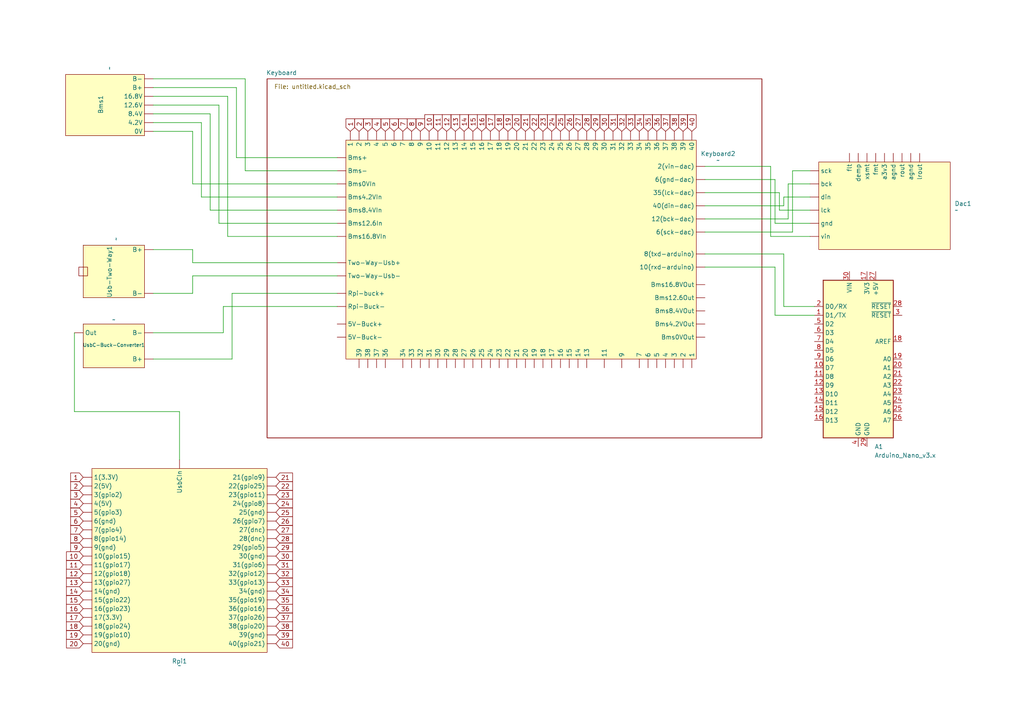
<source format=kicad_sch>
(kicad_sch (version 20231120) (generator "eeschema") (generator_version "8.0")
  (paper "A4")
  (lib_symbols
    (symbol "CyberdeckComponentsLibrary:Bms"
      (property "Reference" "Bms" (at 0 7.366 0))
      (symbol "Bms_1_1"
        (rectangle (start -8.89 10.16) (end 8.89 -12.7) (fill (type background)))
        (pin bidirectional line (at -7.62 -15.24 90) (length 2.54) (name "0V") (number ""))
        (pin bidirectional line (at 0 -15.24 90) (length 2.54) (name "12.6V") (number ""))
        (pin bidirectional line (at 2.54 -15.24 90) (length 2.54) (name "16.8V") (number ""))
        (pin bidirectional line (at -5.08 -15.24 90) (length 2.54) (name "4.2V") (number ""))
        (pin bidirectional line (at -2.54 -15.24 90) (length 2.54) (name "8.4V") (number ""))
        (pin bidirectional line (at 5.08 -15.24 90) (length 2.54) (name "B+") (number ""))
        (pin bidirectional line (at 7.62 -15.24 90) (length 2.54) (name "B-") (number ""))
      )
    )
    (symbol "CyberdeckComponentsLibrary:Dac"
      (property "Reference" "Dac" (at 0 -5.334 0))
      (symbol "Dac_1_1"
        (rectangle (start -12.7 12.7) (end 12.7 -25.4) (fill (type background)))
        (pin input line (at -15.24 -6.35 0) (length 2.54) (name "a3v3") (number ""))
        (pin input line (at -15.24 -3.81 0) (length 2.54) (name "agnd") (number ""))
        (pin input line (at -15.24 1.27 0) (length 2.54) (name "agnd") (number ""))
        (pin input line (at -6.35 -27.94 90) (length 2.54) (name "bck") (number ""))
        (pin input line (at -15.24 -13.97 0) (length 2.54) (name "demp") (number ""))
        (pin input line (at -2.54 -27.94 90) (length 2.54) (name "din") (number ""))
        (pin input line (at -15.24 -16.51 0) (length 2.54) (name "flt") (number ""))
        (pin input line (at -15.24 -8.89 0) (length 2.54) (name "fmt") (number ""))
        (pin input line (at 5.08 -27.94 90) (length 2.54) (name "gnd") (number ""))
        (pin input line (at 1.27 -27.94 90) (length 2.54) (name "lck") (number ""))
        (pin input line (at -15.2142 3.8488 0) (length 2.54) (name "lrout") (number ""))
        (pin input line (at -15.24 -1.27 0) (length 2.54) (name "rout") (number ""))
        (pin input line (at -10.16 -27.94 90) (length 2.54) (name "sck") (number ""))
        (pin input line (at 8.89 -27.94 90) (length 2.54) (name "vin") (number ""))
        (pin input line (at -15.24 -11.43 0) (length 2.54) (name "xsmt") (number ""))
      )
    )
    (symbol "CyberdeckComponentsLibrary:Keyboard"
      (property "Reference" "Keyboard" (at 0 0 0))
      (symbol "Keyboard_1_1"
        (rectangle (start -50.8 12.7) (end 50.8 -50.8) (fill (type background)))
        (pin input line (at -49.53 15.24 270) (length 2.54) (name "1") (number ""))
        (pin output line (at 49.53 -53.34 90) (length 2.54) (name "1") (number ""))
        (pin input line (at -26.67 15.24 270) (length 2.54) (name "10") (number ""))
        (pin output line (at 53.34 -24.13 180) (length 2.54) (name "10(rxd-arduino)") (number ""))
        (pin input line (at -24.13 15.24 270) (length 2.54) (name "11") (number ""))
        (pin output line (at 24.13 -53.34 90) (length 2.54) (name "11") (number ""))
        (pin input line (at -21.59 15.24 270) (length 2.54) (name "12") (number ""))
        (pin output line (at 53.34 -10.16 180) (length 2.54) (name "12(bck-dac)") (number ""))
        (pin input line (at -19.05 15.24 270) (length 2.54) (name "13") (number ""))
        (pin output line (at 19.05 -53.34 90) (length 2.54) (name "13") (number ""))
        (pin input line (at -16.51 15.24 270) (length 2.54) (name "14") (number ""))
        (pin output line (at 16.51 -53.34 90) (length 2.54) (name "14") (number ""))
        (pin input line (at -13.97 15.24 270) (length 2.54) (name "15") (number ""))
        (pin output line (at 13.97 -53.34 90) (length 2.54) (name "15") (number ""))
        (pin input line (at -11.43 15.24 270) (length 2.54) (name "16") (number ""))
        (pin output line (at 11.43 -53.34 90) (length 2.54) (name "16") (number ""))
        (pin input line (at -8.89 15.24 270) (length 2.54) (name "17") (number ""))
        (pin output line (at 8.89 -53.34 90) (length 2.54) (name "17") (number ""))
        (pin input line (at -6.35 15.24 270) (length 2.54) (name "18") (number ""))
        (pin output line (at 6.35 -53.34 90) (length 2.54) (name "18") (number ""))
        (pin input line (at -3.81 15.24 270) (length 2.54) (name "19") (number ""))
        (pin output line (at 3.81 -53.34 90) (length 2.54) (name "19") (number ""))
        (pin input line (at -46.99 15.24 270) (length 2.54) (name "2") (number ""))
        (pin output line (at 46.99 -53.34 90) (length 2.54) (name "2") (number ""))
        (pin output line (at 53.34 5.08 180) (length 2.54) (name "2(vin-dac)") (number ""))
        (pin input line (at -1.27 15.24 270) (length 2.54) (name "20") (number ""))
        (pin output line (at 1.27 -53.34 90) (length 2.54) (name "20") (number ""))
        (pin output line (at -1.27 -53.34 90) (length 2.54) (name "21") (number ""))
        (pin input line (at 1.27 15.24 270) (length 2.54) (name "21") (number ""))
        (pin output line (at -3.81 -53.34 90) (length 2.54) (name "22") (number ""))
        (pin input line (at 3.81 15.24 270) (length 2.54) (name "22") (number ""))
        (pin output line (at -6.35 -53.34 90) (length 2.54) (name "23") (number ""))
        (pin input line (at 6.35 15.24 270) (length 2.54) (name "23") (number ""))
        (pin output line (at -8.89 -53.34 90) (length 2.54) (name "24") (number ""))
        (pin input line (at 8.89 15.24 270) (length 2.54) (name "24") (number ""))
        (pin output line (at -11.43 -53.34 90) (length 2.54) (name "25") (number ""))
        (pin input line (at 11.43 15.24 270) (length 2.54) (name "25") (number ""))
        (pin output line (at -13.97 -53.34 90) (length 2.54) (name "26") (number ""))
        (pin input line (at 13.97 15.24 270) (length 2.54) (name "26") (number ""))
        (pin output line (at -16.51 -53.34 90) (length 2.54) (name "27") (number ""))
        (pin input line (at 16.51 15.24 270) (length 2.54) (name "27") (number ""))
        (pin output line (at -19.05 -53.34 90) (length 2.54) (name "28") (number ""))
        (pin input line (at 19.05 15.24 270) (length 2.54) (name "28") (number ""))
        (pin output line (at -21.59 -53.34 90) (length 2.54) (name "29") (number ""))
        (pin input line (at 21.59 15.24 270) (length 2.54) (name "29") (number ""))
        (pin input line (at -44.45 15.24 270) (length 2.54) (name "3") (number ""))
        (pin output line (at 44.45 -53.34 90) (length 2.54) (name "3") (number ""))
        (pin output line (at -24.13 -53.34 90) (length 2.54) (name "30") (number ""))
        (pin input line (at 24.13 15.24 270) (length 2.54) (name "30") (number ""))
        (pin output line (at -26.67 -53.34 90) (length 2.54) (name "31") (number ""))
        (pin input line (at 26.67 15.24 270) (length 2.54) (name "31") (number ""))
        (pin output line (at -29.21 -53.34 90) (length 2.54) (name "32") (number ""))
        (pin input line (at 29.21 15.24 270) (length 2.54) (name "32") (number ""))
        (pin output line (at -31.75 -53.34 90) (length 2.54) (name "33") (number ""))
        (pin input line (at 31.75 15.24 270) (length 2.54) (name "33") (number ""))
        (pin output line (at -34.29 -53.34 90) (length 2.54) (name "34") (number ""))
        (pin input line (at 34.29 15.24 270) (length 2.54) (name "34") (number ""))
        (pin input line (at 36.83 15.24 270) (length 2.54) (name "35") (number ""))
        (pin output line (at 53.34 -2.54 180) (length 2.54) (name "35(lck-dac)") (number ""))
        (pin output line (at -39.37 -53.34 90) (length 2.54) (name "36") (number ""))
        (pin input line (at 39.37 15.24 270) (length 2.54) (name "36") (number ""))
        (pin output line (at -41.91 -53.34 90) (length 2.54) (name "37") (number ""))
        (pin input line (at 41.91 15.24 270) (length 2.54) (name "37") (number ""))
        (pin output line (at -44.45 -53.34 90) (length 2.54) (name "38") (number ""))
        (pin input line (at 44.45 15.24 270) (length 2.54) (name "38") (number ""))
        (pin output line (at -46.99 -53.34 90) (length 2.54) (name "39") (number ""))
        (pin input line (at 46.99 15.24 270) (length 2.54) (name "39") (number ""))
        (pin input line (at -41.91 15.24 270) (length 2.54) (name "4") (number ""))
        (pin output line (at 41.91 -53.34 90) (length 2.54) (name "4") (number ""))
        (pin input line (at 49.53 15.24 270) (length 2.54) (name "40") (number ""))
        (pin output line (at 53.34 -6.35 180) (length 2.54) (name "40(din-dac)") (number ""))
        (pin input line (at -39.37 15.24 270) (length 2.54) (name "5") (number ""))
        (pin output line (at 39.37 -53.34 90) (length 2.54) (name "5") (number ""))
        (pin output line (at -53.34 -40.64 0) (length 2.54) (name "5V-Buck+") (number ""))
        (pin output line (at -53.34 -44.45 0) (length 2.54) (name "5V-Buck-") (number ""))
        (pin input line (at -36.83 15.24 270) (length 2.54) (name "6") (number ""))
        (pin output line (at 36.83 -53.34 90) (length 2.54) (name "6") (number ""))
        (pin output line (at 53.34 1.27 180) (length 2.54) (name "6(gnd-dac)") (number ""))
        (pin output line (at 53.34 -13.97 180) (length 2.54) (name "6(sck-dac)") (number ""))
        (pin input line (at -34.29 15.24 270) (length 2.54) (name "7") (number ""))
        (pin output line (at 34.29 -53.34 90) (length 2.54) (name "7") (number ""))
        (pin input line (at -31.75 15.24 270) (length 2.54) (name "8") (number ""))
        (pin output line (at 53.34 -20.32 180) (length 2.54) (name "8(txd-arduino)") (number ""))
        (pin input line (at -29.21 15.24 270) (length 2.54) (name "9") (number ""))
        (pin output line (at 29.21 -53.34 90) (length 2.54) (name "9") (number ""))
        (pin bidirectional line (at -53.34 7.62 0) (length 2.54) (name "Bms+") (number ""))
        (pin bidirectional line (at -53.34 3.81 0) (length 2.54) (name "Bms-") (number ""))
        (pin bidirectional line (at -53.34 0 0) (length 2.54) (name "Bms0VIn") (number ""))
        (pin bidirectional line (at 53.34 -44.45 180) (length 2.54) (name "Bms0VOut") (number ""))
        (pin bidirectional line (at -53.34 -11.43 0) (length 2.54) (name "Bms12.6In") (number ""))
        (pin bidirectional line (at 53.34 -33.02 180) (length 2.54) (name "Bms12.6Out") (number ""))
        (pin bidirectional line (at -53.34 -15.24 0) (length 2.54) (name "Bms16.8VIn") (number ""))
        (pin bidirectional line (at 53.34 -29.21 180) (length 2.54) (name "Bms16.8VOut") (number ""))
        (pin bidirectional line (at -53.34 -3.81 0) (length 2.54) (name "Bms4.2VIn") (number ""))
        (pin bidirectional line (at 53.34 -40.64 180) (length 2.54) (name "Bms4.2VOut") (number ""))
        (pin bidirectional line (at -53.34 -7.62 0) (length 2.54) (name "Bms8.4VIn") (number ""))
        (pin bidirectional line (at 53.34 -36.83 180) (length 2.54) (name "Bms8.4VOut") (number ""))
        (pin output line (at -53.34 -35.56 0) (length 2.54) (name "Rpi-Buck-") (number ""))
        (pin output line (at -53.34 -31.75 0) (length 2.54) (name "Rpi-buck+") (number ""))
        (pin bidirectional line (at -53.34 -22.86 0) (length 2.54) (name "Two-Way-Usb+") (number ""))
        (pin bidirectional line (at -53.34 -26.67 0) (length 2.54) (name "Two-Way-Usb-") (number ""))
      )
    )
    (symbol "CyberdeckComponentsLibrary:Rpi5"
      (property "Reference" "Rpi5" (at 0 0 0))
      (symbol "Rpi5_1_1"
        (rectangle (start -25.4 25.4) (end 25.4 -27.94) (fill (type background)))
        (pin output line (at -27.94 22.86 0) (length 2.54) (name "1(3.3V)") (number ""))
        (pin output line (at -27.94 0 0) (length 2.54) (name "10(gpio15)") (number ""))
        (pin output line (at -27.94 -2.54 0) (length 2.54) (name "11(gpio17)") (number ""))
        (pin output line (at -27.94 -5.08 0) (length 2.54) (name "12(gpio18)") (number ""))
        (pin output line (at -27.94 -7.62 0) (length 2.54) (name "13(gpio27)") (number ""))
        (pin output line (at -27.94 -10.16 0) (length 2.54) (name "14(gnd)") (number ""))
        (pin output line (at -27.94 -12.7 0) (length 2.54) (name "15(gpio22)") (number ""))
        (pin output line (at -27.94 -15.24 0) (length 2.54) (name "16(gpio23)") (number ""))
        (pin output line (at -27.94 -17.78 0) (length 2.54) (name "17(3.3V)") (number ""))
        (pin output line (at -27.94 -20.32 0) (length 2.54) (name "18(gpio24)") (number ""))
        (pin output line (at -27.94 -22.86 0) (length 2.54) (name "19(gpio10)") (number ""))
        (pin output line (at -27.94 20.32 0) (length 2.54) (name "2(5V)") (number ""))
        (pin output line (at -27.94 -25.4 0) (length 2.54) (name "20(gnd)") (number ""))
        (pin output line (at 27.94 22.86 180) (length 2.54) (name "21(gpio9)") (number ""))
        (pin output line (at 27.94 20.32 180) (length 2.54) (name "22(gpio25)") (number ""))
        (pin output line (at 27.94 17.78 180) (length 2.54) (name "23(gpio11)") (number ""))
        (pin output line (at 27.94 15.24 180) (length 2.54) (name "24(gpio8)") (number ""))
        (pin output line (at 27.94 12.7 180) (length 2.54) (name "25(gnd)") (number ""))
        (pin output line (at 27.94 10.16 180) (length 2.54) (name "26(gpio7)") (number ""))
        (pin output line (at 27.94 7.62 180) (length 2.54) (name "27(dnc)") (number ""))
        (pin output line (at 27.94 5.08 180) (length 2.54) (name "28(dnc)") (number ""))
        (pin output line (at 27.94 2.54 180) (length 2.54) (name "29(gpio5)") (number ""))
        (pin output line (at -27.94 17.78 0) (length 2.54) (name "3(gpio2)") (number ""))
        (pin output line (at 27.94 0 180) (length 2.54) (name "30(gnd)") (number ""))
        (pin output line (at 27.94 -2.54 180) (length 2.54) (name "31(gpio6)") (number ""))
        (pin output line (at 27.94 -5.08 180) (length 2.54) (name "32(gpio12)") (number ""))
        (pin output line (at 27.94 -7.62 180) (length 2.54) (name "33(gpio13)") (number ""))
        (pin output line (at 27.94 -10.16 180) (length 2.54) (name "34(gnd)") (number ""))
        (pin output line (at 27.94 -12.7 180) (length 2.54) (name "35(gpio19)") (number ""))
        (pin output line (at 27.94 -15.24 180) (length 2.54) (name "36(gpio16)") (number ""))
        (pin output line (at 27.94 -17.78 180) (length 2.54) (name "37(gpio26)") (number ""))
        (pin output line (at 27.94 -20.32 180) (length 2.54) (name "38(gpio20)") (number ""))
        (pin output line (at 27.94 -22.86 180) (length 2.54) (name "39(gnd)") (number ""))
        (pin output line (at -27.94 15.24 0) (length 2.54) (name "4(5V)") (number ""))
        (pin output line (at 27.94 -25.4 180) (length 2.54) (name "40(gpio21)") (number ""))
        (pin output line (at -27.94 12.7 0) (length 2.54) (name "5(gpio3)") (number ""))
        (pin output line (at -27.94 10.16 0) (length 2.54) (name "6(gnd)") (number ""))
        (pin output line (at -27.94 7.62 0) (length 2.54) (name "7(gpio4)") (number ""))
        (pin output line (at -27.94 5.08 0) (length 2.54) (name "8(gpio14)") (number ""))
        (pin output line (at -27.94 2.54 0) (length 2.54) (name "9(gnd)") (number ""))
        (pin input line (at 0 27.94 270) (length 2.54) (name "UsbCIn") (number ""))
      )
    )
    (symbol "CyberdeckComponentsLibrary:UsbC-Buck-Converter"
      (property "Reference" "UsbC-Buck-Converter" (at 0 -3.81 90))
      (symbol "UsbC-Buck-Converter_1_1"
        (rectangle (start -6.35 5.08) (end 6.35 -12.7) (fill (type background)))
        (pin input line (at -3.81 -15.24 90) (length 2.54) (name "B+") (number ""))
        (pin input line (at 3.81 -15.24 90) (length 2.54) (name "B-") (number ""))
        (pin output line (at 3.81 7.62 270) (length 2.54) (name "Out") (number ""))
      )
    )
    (symbol "CyberdeckComponentsLibrary:UsbC-Two-Way"
      (property "Reference" "Usb-Two-Way" (at 0 4.318 0))
      (symbol "UsbC-Two-Way_1_1"
        (rectangle (start -7.62 7.62) (end 7.62 -10.16) (fill (type background)))
        (rectangle (start -1.27 8.89) (end 1.27 6.35))
        (pin bidirectional line (at 6.35 -12.7 90) (length 2.54) (name "B+") (number ""))
        (pin bidirectional line (at -6.35 -12.7 90) (length 2.54) (name "B-") (number ""))
      )
    )
    (symbol "MCU_Module:Arduino_Nano_v3.x"
      (property "Reference" "A" (at -10.16 23.495 0))
      (property "Value" "Arduino_Nano_v3.x" (at 5.08 -24.13 0))
      (symbol "Arduino_Nano_v3.x_0_1"
        (rectangle (start -10.16 22.86) (end 10.16 -22.86) (stroke (width 0.254)) (fill (type background)))
      )
      (symbol "Arduino_Nano_v3.x_1_1"
        (pin bidirectional line (at -12.7 12.7 0) (length 2.54) (name "D1/TX") (number "1"))
        (pin bidirectional line (at -12.7 -2.54 0) (length 2.54) (name "D7") (number "10"))
        (pin bidirectional line (at -12.7 -5.08 0) (length 2.54) (name "D8") (number "11"))
        (pin bidirectional line (at -12.7 -7.62 0) (length 2.54) (name "D9") (number "12"))
        (pin bidirectional line (at -12.7 -10.16 0) (length 2.54) (name "D10") (number "13"))
        (pin bidirectional line (at -12.7 -12.7 0) (length 2.54) (name "D11") (number "14"))
        (pin bidirectional line (at -12.7 -15.24 0) (length 2.54) (name "D12") (number "15"))
        (pin bidirectional line (at -12.7 -17.78 0) (length 2.54) (name "D13") (number "16"))
        (pin power_out line (at 2.54 25.4 270) (length 2.54) (name "3V3") (number "17"))
        (pin input line (at 12.7 5.08 180) (length 2.54) (name "AREF") (number "18"))
        (pin bidirectional line (at 12.7 0 180) (length 2.54) (name "A0") (number "19"))
        (pin bidirectional line (at -12.7 15.24 0) (length 2.54) (name "D0/RX") (number "2"))
        (pin bidirectional line (at 12.7 -2.54 180) (length 2.54) (name "A1") (number "20"))
        (pin bidirectional line (at 12.7 -5.08 180) (length 2.54) (name "A2") (number "21"))
        (pin bidirectional line (at 12.7 -7.62 180) (length 2.54) (name "A3") (number "22"))
        (pin bidirectional line (at 12.7 -10.16 180) (length 2.54) (name "A4") (number "23"))
        (pin bidirectional line (at 12.7 -12.7 180) (length 2.54) (name "A5") (number "24"))
        (pin bidirectional line (at 12.7 -15.24 180) (length 2.54) (name "A6") (number "25"))
        (pin bidirectional line (at 12.7 -17.78 180) (length 2.54) (name "A7") (number "26"))
        (pin power_out line (at 5.08 25.4 270) (length 2.54) (name "+5V") (number "27"))
        (pin input line (at 12.7 15.24 180) (length 2.54) (name "~{RESET}") (number "28"))
        (pin power_in line (at 2.54 -25.4 90) (length 2.54) (name "GND") (number "29"))
        (pin input line (at 12.7 12.7 180) (length 2.54) (name "~{RESET}") (number "3"))
        (pin power_in line (at -2.54 25.4 270) (length 2.54) (name "VIN") (number "30"))
        (pin power_in line (at 0 -25.4 90) (length 2.54) (name "GND") (number "4"))
        (pin bidirectional line (at -12.7 10.16 0) (length 2.54) (name "D2") (number "5"))
        (pin bidirectional line (at -12.7 7.62 0) (length 2.54) (name "D3") (number "6"))
        (pin bidirectional line (at -12.7 5.08 0) (length 2.54) (name "D4") (number "7"))
        (pin bidirectional line (at -12.7 2.54 0) (length 2.54) (name "D5") (number "8"))
        (pin bidirectional line (at -12.7 0 0) (length 2.54) (name "D6") (number "9"))
      )
    )
  )
  (wire (pts (xy 227.33 57.15) (xy 234.95 57.15)))
  (wire (pts (xy 63.5 30.48) (xy 63.5 64.77)))
  (wire (pts (xy 44.45 27.94) (xy 66.04 27.94)))
  (wire (pts (xy 44.45 104.14) (xy 67.31 104.14)))
  (wire (pts (xy 44.45 85.09) (xy 55.88 85.09)))
  (wire (pts (xy 204.47 73.66) (xy 227.33 73.66)))
  (wire (pts (xy 63.5 64.77) (xy 97.79 64.77)))
  (wire (pts (xy 44.45 22.86) (xy 71.12 22.86)))
  (wire (pts (xy 66.04 68.58) (xy 97.79 68.58)))
  (wire (pts (xy 204.47 52.07) (xy 224.79 52.07)))
  (wire (pts (xy 67.31 85.09) (xy 97.79 85.09)))
  (wire (pts (xy 204.47 77.47) (xy 224.79 77.47)))
  (wire (pts (xy 44.45 96.52) (xy 64.77 96.52)))
  (wire (pts (xy 21.59 96.52) (xy 21.59 119.38)))
  (wire (pts (xy 204.47 63.5) (xy 228.6 63.5)))
  (wire (pts (xy 60.96 60.96) (xy 97.79 60.96)))
  (wire (pts (xy 44.45 72.39) (xy 55.88 72.39)))
  (wire (pts (xy 64.77 88.9) (xy 97.79 88.9)))
  (wire (pts (xy 55.88 53.34) (xy 97.79 53.34)))
  (wire (pts (xy 55.88 72.39) (xy 55.88 76.2)))
  (wire (pts (xy 224.79 91.44) (xy 236.22 91.44)))
  (wire (pts (xy 44.45 38.1) (xy 55.88 38.1)))
  (wire (pts (xy 229.87 67.31) (xy 229.87 49.53)))
  (wire (pts (xy 227.33 59.69) (xy 227.33 57.15)))
  (wire (pts (xy 67.31 104.14) (xy 67.31 85.09)))
  (wire (pts (xy 224.79 52.07) (xy 224.79 64.77)))
  (wire (pts (xy 58.42 35.56) (xy 58.42 57.15)))
  (wire (pts (xy 228.6 63.5) (xy 228.6 53.34)))
  (wire (pts (xy 44.45 35.56) (xy 58.42 35.56)))
  (wire (pts (xy 204.47 59.69) (xy 227.33 59.69)))
  (wire (pts (xy 226.06 60.96) (xy 234.95 60.96)))
  (wire (pts (xy 68.58 25.4) (xy 68.58 45.72)))
  (wire (pts (xy 55.88 85.09) (xy 55.88 80.01)))
  (wire (pts (xy 223.52 48.26) (xy 223.52 68.58)))
  (wire (pts (xy 204.47 55.88) (xy 226.06 55.88)))
  (wire (pts (xy 204.47 67.31) (xy 229.87 67.31)))
  (wire (pts (xy 71.12 49.53) (xy 97.79 49.53)))
  (wire (pts (xy 44.45 25.4) (xy 68.58 25.4)))
  (wire (pts (xy 226.06 55.88) (xy 226.06 60.96)))
  (wire (pts (xy 55.88 76.2) (xy 97.79 76.2)))
  (wire (pts (xy 229.87 49.53) (xy 234.95 49.53)))
  (wire (pts (xy 204.47 48.26) (xy 223.52 48.26)))
  (wire (pts (xy 64.77 96.52) (xy 64.77 88.9)))
  (wire (pts (xy 228.6 53.34) (xy 234.95 53.34)))
  (wire (pts (xy 223.52 68.58) (xy 234.95 68.58)))
  (wire (pts (xy 55.88 38.1) (xy 55.88 53.34)))
  (wire (pts (xy 224.79 64.77) (xy 234.95 64.77)))
  (wire (pts (xy 21.59 119.38) (xy 52.07 119.38)))
  (wire (pts (xy 227.33 88.9) (xy 236.22 88.9)))
  (wire (pts (xy 224.79 77.47) (xy 224.79 91.44)))
  (wire (pts (xy 44.45 30.48) (xy 63.5 30.48)))
  (wire (pts (xy 44.45 33.02) (xy 60.96 33.02)))
  (wire (pts (xy 52.07 119.38) (xy 52.07 133.35)))
  (wire (pts (xy 66.04 27.94) (xy 66.04 68.58)))
  (wire (pts (xy 58.42 57.15) (xy 97.79 57.15)))
  (wire (pts (xy 227.33 73.66) (xy 227.33 88.9)))
  (wire (pts (xy 60.96 33.02) (xy 60.96 60.96)))
  (wire (pts (xy 68.58 45.72) (xy 97.79 45.72)))
  (wire (pts (xy 71.12 22.86) (xy 71.12 49.53)))
  (wire (pts (xy 55.88 80.01) (xy 97.79 80.01)))
  (global_label "26" (shape input) (at 80.01 151.13 0) (property "Intersheetrefs" "${INTERSHEET_REFS}" (effects (hide yes))))
  (global_label "26" (shape input) (at 165.1 38.1 90) (property "Intersheetrefs" "${INTERSHEET_REFS}" (effects (hide yes))))
  (global_label "32" (shape input) (at 80.01 166.37 0) (property "Intersheetrefs" "${INTERSHEET_REFS}" (effects (hide yes))))
  (global_label "18" (shape input) (at 24.13 181.61 180) (property "Intersheetrefs" "${INTERSHEET_REFS}" (effects (hide yes))))
  (global_label "9" (shape input) (at 24.13 158.75 180) (property "Intersheetrefs" "${INTERSHEET_REFS}" (effects (hide yes))))
  (global_label "38" (shape input) (at 195.58 38.1 90) (property "Intersheetrefs" "${INTERSHEET_REFS}" (effects (hide yes))))
  (global_label "30" (shape input) (at 175.26 38.1 90) (property "Intersheetrefs" "${INTERSHEET_REFS}" (effects (hide yes))))
  (global_label "11" (shape input) (at 127 38.1 90) (property "Intersheetrefs" "${INTERSHEET_REFS}" (effects (hide yes))))
  (global_label "18" (shape input) (at 144.78 38.1 90) (property "Intersheetrefs" "${INTERSHEET_REFS}" (effects (hide yes))))
  (global_label "2" (shape input) (at 24.13 140.97 180) (property "Intersheetrefs" "${INTERSHEET_REFS}" (effects (hide yes))))
  (global_label "21" (shape input) (at 152.4 38.1 90) (property "Intersheetrefs" "${INTERSHEET_REFS}" (effects (hide yes))))
  (global_label "39" (shape input) (at 198.12 38.1 90) (property "Intersheetrefs" "${INTERSHEET_REFS}" (effects (hide yes))))
  (global_label "27" (shape input) (at 167.64 38.1 90) (property "Intersheetrefs" "${INTERSHEET_REFS}" (effects (hide yes))))
  (global_label "29" (shape input) (at 80.01 158.75 0) (property "Intersheetrefs" "${INTERSHEET_REFS}" (effects (hide yes))))
  (global_label "34" (shape input) (at 80.01 171.45 0) (property "Intersheetrefs" "${INTERSHEET_REFS}" (effects (hide yes))))
  (global_label "23" (shape input) (at 80.01 143.51 0) (property "Intersheetrefs" "${INTERSHEET_REFS}" (effects (hide yes))))
  (global_label "20" (shape input) (at 149.86 38.1 90) (property "Intersheetrefs" "${INTERSHEET_REFS}" (effects (hide yes))))
  (global_label "14" (shape input) (at 24.13 171.45 180) (property "Intersheetrefs" "${INTERSHEET_REFS}" (effects (hide yes))))
  (global_label "15" (shape input) (at 24.13 173.99 180) (property "Intersheetrefs" "${INTERSHEET_REFS}" (effects (hide yes))))
  (global_label "10" (shape input) (at 24.13 161.29 180) (property "Intersheetrefs" "${INTERSHEET_REFS}" (effects (hide yes))))
  (global_label "9" (shape input) (at 121.92 38.1 90) (property "Intersheetrefs" "${INTERSHEET_REFS}" (effects (hide yes))))
  (global_label "13" (shape input) (at 132.08 38.1 90) (property "Intersheetrefs" "${INTERSHEET_REFS}" (effects (hide yes))))
  (global_label "6" (shape input) (at 24.13 151.13 180) (property "Intersheetrefs" "${INTERSHEET_REFS}" (effects (hide yes))))
  (global_label "27" (shape input) (at 80.01 153.67 0) (property "Intersheetrefs" "${INTERSHEET_REFS}" (effects (hide yes))))
  (global_label "33" (shape input) (at 182.88 38.1 90) (property "Intersheetrefs" "${INTERSHEET_REFS}" (effects (hide yes))))
  (global_label "29" (shape input) (at 172.72 38.1 90) (property "Intersheetrefs" "${INTERSHEET_REFS}" (effects (hide yes))))
  (global_label "17" (shape input) (at 24.13 179.07 180) (property "Intersheetrefs" "${INTERSHEET_REFS}" (effects (hide yes))))
  (global_label "36" (shape input) (at 80.01 176.53 0) (property "Intersheetrefs" "${INTERSHEET_REFS}" (effects (hide yes))))
  (global_label "38" (shape input) (at 80.01 181.61 0) (property "Intersheetrefs" "${INTERSHEET_REFS}" (effects (hide yes))))
  (global_label "25" (shape input) (at 162.56 38.1 90) (property "Intersheetrefs" "${INTERSHEET_REFS}" (effects (hide yes))))
  (global_label "24" (shape input) (at 80.01 146.05 0) (property "Intersheetrefs" "${INTERSHEET_REFS}" (effects (hide yes))))
  (global_label "25" (shape input) (at 80.01 148.59 0) (property "Intersheetrefs" "${INTERSHEET_REFS}" (effects (hide yes))))
  (global_label "7" (shape input) (at 24.13 153.67 180) (property "Intersheetrefs" "${INTERSHEET_REFS}" (effects (hide yes))))
  (global_label "4" (shape input) (at 24.13 146.05 180) (property "Intersheetrefs" "${INTERSHEET_REFS}" (effects (hide yes))))
  (global_label "8" (shape input) (at 119.38 38.1 90) (property "Intersheetrefs" "${INTERSHEET_REFS}" (effects (hide yes))))
  (global_label "8" (shape input) (at 24.13 156.21 180) (property "Intersheetrefs" "${INTERSHEET_REFS}" (effects (hide yes))))
  (global_label "37" (shape input) (at 80.01 179.07 0) (property "Intersheetrefs" "${INTERSHEET_REFS}" (effects (hide yes))))
  (global_label "31" (shape input) (at 80.01 163.83 0) (property "Intersheetrefs" "${INTERSHEET_REFS}" (effects (hide yes))))
  (global_label "17" (shape input) (at 142.24 38.1 90) (property "Intersheetrefs" "${INTERSHEET_REFS}" (effects (hide yes))))
  (global_label "12" (shape input) (at 24.13 166.37 180) (property "Intersheetrefs" "${INTERSHEET_REFS}" (effects (hide yes))))
  (global_label "1" (shape input) (at 24.13 138.43 180) (property "Intersheetrefs" "${INTERSHEET_REFS}" (effects (hide yes))))
  (global_label "28" (shape input) (at 80.01 156.21 0) (property "Intersheetrefs" "${INTERSHEET_REFS}" (effects (hide yes))))
  (global_label "40" (shape input) (at 200.66 38.1 90) (property "Intersheetrefs" "${INTERSHEET_REFS}" (effects (hide yes))))
  (global_label "22" (shape input) (at 80.01 140.97 0) (property "Intersheetrefs" "${INTERSHEET_REFS}" (effects (hide yes))))
  (global_label "5" (shape input) (at 24.13 148.59 180) (property "Intersheetrefs" "${INTERSHEET_REFS}" (effects (hide yes))))
  (global_label "36" (shape input) (at 190.5 38.1 90) (property "Intersheetrefs" "${INTERSHEET_REFS}" (effects (hide yes))))
  (global_label "11" (shape input) (at 24.13 163.83 180) (property "Intersheetrefs" "${INTERSHEET_REFS}" (effects (hide yes))))
  (global_label "24" (shape input) (at 160.02 38.1 90) (property "Intersheetrefs" "${INTERSHEET_REFS}" (effects (hide yes))))
  (global_label "22" (shape input) (at 154.94 38.1 90) (property "Intersheetrefs" "${INTERSHEET_REFS}" (effects (hide yes))))
  (global_label "14" (shape input) (at 134.62 38.1 90) (property "Intersheetrefs" "${INTERSHEET_REFS}" (effects (hide yes))))
  (global_label "1" (shape input) (at 101.6 38.1 90) (property "Intersheetrefs" "${INTERSHEET_REFS}" (effects (hide yes))))
  (global_label "16" (shape input) (at 139.7 38.1 90) (property "Intersheetrefs" "${INTERSHEET_REFS}" (effects (hide yes))))
  (global_label "31" (shape input) (at 177.8 38.1 90) (property "Intersheetrefs" "${INTERSHEET_REFS}" (effects (hide yes))))
  (global_label "13" (shape input) (at 24.13 168.91 180) (property "Intersheetrefs" "${INTERSHEET_REFS}" (effects (hide yes))))
  (global_label "35" (shape input) (at 187.96 38.1 90) (property "Intersheetrefs" "${INTERSHEET_REFS}" (effects (hide yes))))
  (global_label "30" (shape input) (at 80.01 161.29 0) (property "Intersheetrefs" "${INTERSHEET_REFS}" (effects (hide yes))))
  (global_label "7" (shape input) (at 116.84 38.1 90) (property "Intersheetrefs" "${INTERSHEET_REFS}" (effects (hide yes))))
  (global_label "6" (shape input) (at 114.3 38.1 90) (property "Intersheetrefs" "${INTERSHEET_REFS}" (effects (hide yes))))
  (global_label "3" (shape input) (at 106.68 38.1 90) (property "Intersheetrefs" "${INTERSHEET_REFS}" (effects (hide yes))))
  (global_label "28" (shape input) (at 170.18 38.1 90) (property "Intersheetrefs" "${INTERSHEET_REFS}" (effects (hide yes))))
  (global_label "15" (shape input) (at 137.16 38.1 90) (property "Intersheetrefs" "${INTERSHEET_REFS}" (effects (hide yes))))
  (global_label "10" (shape input) (at 124.46 38.1 90) (property "Intersheetrefs" "${INTERSHEET_REFS}" (effects (hide yes))))
  (global_label "12" (shape input) (at 129.54 38.1 90) (property "Intersheetrefs" "${INTERSHEET_REFS}" (effects (hide yes))))
  (global_label "33" (shape input) (at 80.01 168.91 0) (property "Intersheetrefs" "${INTERSHEET_REFS}" (effects (hide yes))))
  (global_label "20" (shape input) (at 24.13 186.69 180) (property "Intersheetrefs" "${INTERSHEET_REFS}" (effects (hide yes))))
  (global_label "4" (shape input) (at 109.22 38.1 90) (property "Intersheetrefs" "${INTERSHEET_REFS}" (effects (hide yes))))
  (global_label "34" (shape input) (at 185.42 38.1 90) (property "Intersheetrefs" "${INTERSHEET_REFS}" (effects (hide yes))))
  (global_label "23" (shape input) (at 157.48 38.1 90) (property "Intersheetrefs" "${INTERSHEET_REFS}" (effects (hide yes))))
  (global_label "40" (shape input) (at 80.01 186.69 0) (property "Intersheetrefs" "${INTERSHEET_REFS}" (effects (hide yes))))
  (global_label "39" (shape input) (at 80.01 184.15 0) (property "Intersheetrefs" "${INTERSHEET_REFS}" (effects (hide yes))))
  (global_label "32" (shape input) (at 180.34 38.1 90) (property "Intersheetrefs" "${INTERSHEET_REFS}" (effects (hide yes))))
  (global_label "35" (shape input) (at 80.01 173.99 0) (property "Intersheetrefs" "${INTERSHEET_REFS}" (effects (hide yes))))
  (global_label "37" (shape input) (at 193.04 38.1 90) (property "Intersheetrefs" "${INTERSHEET_REFS}" (effects (hide yes))))
  (global_label "19" (shape input) (at 147.32 38.1 90) (property "Intersheetrefs" "${INTERSHEET_REFS}" (effects (hide yes))))
  (global_label "5" (shape input) (at 111.76 38.1 90) (property "Intersheetrefs" "${INTERSHEET_REFS}" (effects (hide yes))))
  (global_label "19" (shape input) (at 24.13 184.15 180) (property "Intersheetrefs" "${INTERSHEET_REFS}" (effects (hide yes))))
  (global_label "21" (shape input) (at 80.01 138.43 0) (property "Intersheetrefs" "${INTERSHEET_REFS}" (effects (hide yes))))
  (global_label "2" (shape input) (at 104.14 38.1 90) (property "Intersheetrefs" "${INTERSHEET_REFS}" (effects (hide yes))))
  (global_label "16" (shape input) (at 24.13 176.53 180) (property "Intersheetrefs" "${INTERSHEET_REFS}" (effects (hide yes))))
  (global_label "3" (shape input) (at 24.13 143.51 180) (property "Intersheetrefs" "${INTERSHEET_REFS}" (effects (hide yes))))
  (symbol (lib_id "CyberdeckComponentsLibrary:Rpi5") (at 52.07 161.29 0) (unit 1)
    (property "Reference" "Rpi1" (at 52.07 191.77 0))
    (property "Value" "~" (at 52.07 193.04 0))
  )
  (symbol (lib_id "CyberdeckComponentsLibrary:UsbC-Two-Way") (at 31.75 78.74 90) (unit 1)
    (property "Reference" "Usb-Two-Way1" (at 31.75 86.36 0) (effects (justify left)))
    (property "Value" "~" (at 33.655 69.85 0) (effects (justify left)))
    (property "Footprint" "CyberdeckComponentsLibrary:UsbCTwoWay" (effects (hide yes)))
  )
  (symbol (lib_id "CyberdeckComponentsLibrary:Dac") (at 262.89 59.69 270) (unit 1)
    (property "Reference" "Dac1" (at 276.86 59.0549 90) (effects (justify left)))
    (property "Value" "~" (at 276.86 60.96 90) (effects (justify left)))
  )
  (symbol (lib_id "CyberdeckComponentsLibrary:UsbC-Buck-Converter") (at 29.21 100.33 90) (unit 1)
    (property "Reference" "UsbC-Buck-Converter1" (at 33.02 100.076 90) (effects (font (size 1 1))))
    (property "Value" "~" (at 33.02 92.71 90))
  )
  (symbol (lib_id "CyberdeckComponentsLibrary:Bms") (at 29.21 30.48 90) (unit 1)
    (property "Reference" "Bms1" (at 29.21 33.02 0) (effects (justify left)))
    (property "Value" "~" (at 31.75 20.32 0) (effects (justify left)))
    (property "Footprint" "CyberdeckComponentsLibrary:Bms" (effects (hide yes)))
  )
  (symbol (lib_id "CyberdeckComponentsLibrary:Keyboard") (at 151.13 53.34 0) (unit 1)
    (property "Reference" "Keyboard2" (at 208.28 44.5768 0))
    (property "Value" "~" (at 208.28 46.4819 0))
  )
  (symbol (lib_id "MCU_Module:Arduino_Nano_v3.x") (at 248.92 104.14 0) (unit 1)
    (property "Reference" "A1" (at 253.6541 129.54 0) (effects (justify left)))
    (property "Value" "Arduino_Nano_v3.x" (at 253.6541 132.08 0) (effects (justify left)))
    (property "Footprint" "Module:Arduino_Nano" (effects (hide yes)))
    (property "Datasheet" "http://www.mouser.com/pdfdocs/Gravitech_Arduino_Nano3_0.pdf" (effects (hide yes)))
    (property "Description" "Arduino Nano v3.x" (effects (hide yes)))
  )
  (sheet (at 77.47 22.86) (size 143.51 104.14) (stroke (width 0.1524))
    (property "Sheetname" "Keyboard" (at 77.216 21.844 0) (effects (justify left bottom)))
    (property "Sheetfile" "untitled.kicad_sch" (at 79.502 24.384 0) (effects (justify left top)))
  )
)
</source>
